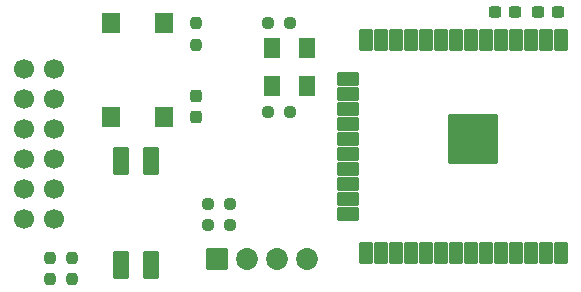
<source format=gbr>
%TF.GenerationSoftware,KiCad,Pcbnew,8.0.7*%
%TF.CreationDate,2024-12-14T18:53:43+03:00*%
%TF.ProjectId,pmod_esp32_4_layer.kicad_sch,706d6f64-5f65-4737-9033-325f345f6c61,rev?*%
%TF.SameCoordinates,Original*%
%TF.FileFunction,Soldermask,Top*%
%TF.FilePolarity,Negative*%
%FSLAX46Y46*%
G04 Gerber Fmt 4.6, Leading zero omitted, Abs format (unit mm)*
G04 Created by KiCad (PCBNEW 8.0.7) date 2024-12-14 18:53:43*
%MOMM*%
%LPD*%
G01*
G04 APERTURE LIST*
G04 Aperture macros list*
%AMRoundRect*
0 Rectangle with rounded corners*
0 $1 Rounding radius*
0 $2 $3 $4 $5 $6 $7 $8 $9 X,Y pos of 4 corners*
0 Add a 4 corners polygon primitive as box body*
4,1,4,$2,$3,$4,$5,$6,$7,$8,$9,$2,$3,0*
0 Add four circle primitives for the rounded corners*
1,1,$1+$1,$2,$3*
1,1,$1+$1,$4,$5*
1,1,$1+$1,$6,$7*
1,1,$1+$1,$8,$9*
0 Add four rect primitives between the rounded corners*
20,1,$1+$1,$2,$3,$4,$5,0*
20,1,$1+$1,$4,$5,$6,$7,0*
20,1,$1+$1,$6,$7,$8,$9,0*
20,1,$1+$1,$8,$9,$2,$3,0*%
G04 Aperture macros list end*
%ADD10RoundRect,0.237500X0.250000X0.237500X-0.250000X0.237500X-0.250000X-0.237500X0.250000X-0.237500X0*%
%ADD11RoundRect,0.237500X-0.237500X0.250000X-0.237500X-0.250000X0.237500X-0.250000X0.237500X0.250000X0*%
%ADD12RoundRect,0.237500X-0.300000X-0.237500X0.300000X-0.237500X0.300000X0.237500X-0.300000X0.237500X0*%
%ADD13RoundRect,0.121440X-0.430560X0.830560X-0.430560X-0.830560X0.430560X-0.830560X0.430560X0.830560X0*%
%ADD14RoundRect,0.102000X-2.000000X2.000000X-2.000000X-2.000000X2.000000X-2.000000X2.000000X2.000000X0*%
%ADD15RoundRect,0.121440X-0.830560X0.430560X-0.830560X-0.430560X0.830560X-0.430560X0.830560X0.430560X0*%
%ADD16RoundRect,0.237500X0.237500X-0.250000X0.237500X0.250000X-0.237500X0.250000X-0.237500X-0.250000X0*%
%ADD17RoundRect,0.237500X0.237500X-0.300000X0.237500X0.300000X-0.237500X0.300000X-0.237500X-0.300000X0*%
%ADD18C,1.695000*%
%ADD19RoundRect,0.250001X0.462499X0.624999X-0.462499X0.624999X-0.462499X-0.624999X0.462499X-0.624999X0*%
%ADD20RoundRect,0.237500X-0.250000X-0.237500X0.250000X-0.237500X0.250000X0.237500X-0.250000X0.237500X0*%
%ADD21RoundRect,0.102000X-0.550000X-1.100000X0.550000X-1.100000X0.550000X1.100000X-0.550000X1.100000X0*%
%ADD22RoundRect,0.102000X-0.650000X0.775000X-0.650000X-0.775000X0.650000X-0.775000X0.650000X0.775000X0*%
%ADD23RoundRect,0.237500X0.300000X0.237500X-0.300000X0.237500X-0.300000X-0.237500X0.300000X-0.237500X0*%
%ADD24RoundRect,0.250001X-0.462499X-0.624999X0.462499X-0.624999X0.462499X0.624999X-0.462499X0.624999X0*%
%ADD25RoundRect,0.102000X-0.825000X-0.825000X0.825000X-0.825000X0.825000X0.825000X-0.825000X0.825000X0*%
%ADD26C,1.854000*%
G04 APERTURE END LIST*
D10*
%TO.C,R10*%
X146950000Y-111500000D03*
X145125000Y-111500000D03*
%TD*%
%TO.C,R13*%
X146950000Y-109750000D03*
X145125000Y-109750000D03*
%TD*%
D11*
%TO.C,R11*%
X133575000Y-114262500D03*
X133575000Y-116087500D03*
%TD*%
D12*
%TO.C,C3*%
X169375000Y-93500000D03*
X171100000Y-93500000D03*
%TD*%
D13*
%TO.C,U1*%
X174970000Y-95870000D03*
D14*
X167560000Y-104170000D03*
D13*
X173700000Y-95870000D03*
X172430000Y-95870000D03*
X171160000Y-95870000D03*
X169890000Y-95870000D03*
X168620000Y-95870000D03*
X167350000Y-95870000D03*
X166080000Y-95870000D03*
X164810000Y-95870000D03*
X163540000Y-95870000D03*
X162270000Y-95870000D03*
X161000000Y-95870000D03*
X159730000Y-95870000D03*
X158460000Y-95870000D03*
D15*
X156960000Y-99155000D03*
X156960000Y-100425000D03*
X156960000Y-101695000D03*
X156960000Y-102965000D03*
X156960000Y-104235000D03*
X156960000Y-105505000D03*
X156960000Y-106775000D03*
X156960000Y-108045000D03*
X156960000Y-109315000D03*
X156960000Y-110585000D03*
D13*
X158460000Y-113870000D03*
X159730000Y-113870000D03*
X161000000Y-113870000D03*
X162270000Y-113870000D03*
X163540000Y-113870000D03*
X164810000Y-113870000D03*
X166080000Y-113870000D03*
X167350000Y-113870000D03*
X168620000Y-113870000D03*
X169890000Y-113870000D03*
X171160000Y-113870000D03*
X172430000Y-113870000D03*
X173700000Y-113870000D03*
X174970000Y-113870000D03*
%TD*%
D16*
%TO.C,R12*%
X131725000Y-116087500D03*
X131725000Y-114262500D03*
%TD*%
D17*
%TO.C,C1*%
X144050000Y-102312500D03*
X144050000Y-100587500D03*
%TD*%
D18*
%TO.C,J2*%
X132033500Y-98300000D03*
X132033500Y-100840000D03*
X132033500Y-103380000D03*
X132033500Y-105920000D03*
X132033500Y-108460000D03*
X132033500Y-111000000D03*
X129493500Y-98300000D03*
X129493500Y-100840000D03*
X129493500Y-103380000D03*
X129493500Y-105920000D03*
X129493500Y-108460000D03*
X129493500Y-111000000D03*
%TD*%
D16*
%TO.C,R5*%
X144050000Y-96212500D03*
X144050000Y-94387500D03*
%TD*%
D19*
%TO.C,LD2*%
X153437500Y-99750000D03*
X150462500Y-99750000D03*
%TD*%
D10*
%TO.C,R15*%
X152012500Y-101950000D03*
X150187500Y-101950000D03*
%TD*%
D20*
%TO.C,R14*%
X150187500Y-94350000D03*
X152012500Y-94350000D03*
%TD*%
D21*
%TO.C,S2*%
X137727500Y-114900000D03*
X140267500Y-114900000D03*
X137727500Y-106100000D03*
X140267500Y-106100000D03*
%TD*%
D22*
%TO.C,S1*%
X141337500Y-94375000D03*
X136837500Y-94375000D03*
X141337500Y-102325000D03*
X136837500Y-102325000D03*
%TD*%
D23*
%TO.C,C2*%
X174750000Y-93500000D03*
X173025000Y-93500000D03*
%TD*%
D24*
%TO.C,LD1*%
X150462500Y-96500000D03*
X153437500Y-96500000D03*
%TD*%
D25*
%TO.C,J1*%
X145847500Y-114350000D03*
D26*
X148387500Y-114350000D03*
X150927500Y-114350000D03*
X153467500Y-114350000D03*
%TD*%
M02*

</source>
